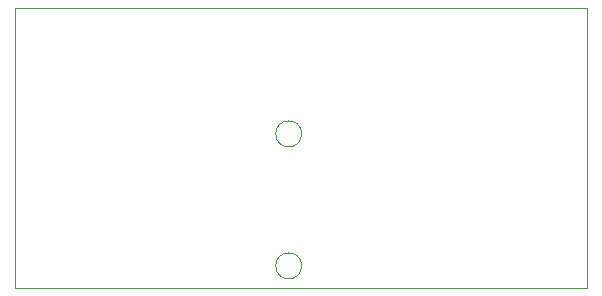
<source format=gbr>
%TF.GenerationSoftware,KiCad,Pcbnew,7.0.9*%
%TF.CreationDate,2024-02-01T18:41:03+01:00*%
%TF.ProjectId,PC-Power-Control,50432d50-6f77-4657-922d-436f6e74726f,rev?*%
%TF.SameCoordinates,Original*%
%TF.FileFunction,Profile,NP*%
%FSLAX46Y46*%
G04 Gerber Fmt 4.6, Leading zero omitted, Abs format (unit mm)*
G04 Created by KiCad (PCBNEW 7.0.9) date 2024-02-01 18:41:03*
%MOMM*%
%LPD*%
G01*
G04 APERTURE LIST*
%TA.AperFunction,Profile*%
%ADD10C,0.100000*%
%TD*%
G04 APERTURE END LIST*
D10*
X69934000Y-69596000D02*
G75*
G03*
X69934000Y-69596000I-1100000J0D01*
G01*
X69934000Y-58420000D02*
G75*
G03*
X69934000Y-58420000I-1100000J0D01*
G01*
X45656500Y-47752000D02*
X94107000Y-47752000D01*
X94107000Y-71501000D01*
X45656500Y-71501000D01*
X45656500Y-47752000D01*
M02*

</source>
